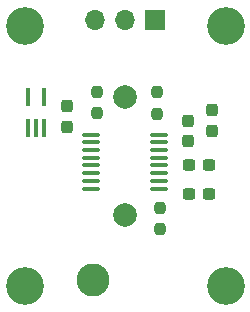
<source format=gbs>
G04 #@! TF.GenerationSoftware,KiCad,Pcbnew,(6.0.2)*
G04 #@! TF.CreationDate,2022-05-11T22:03:01-05:00*
G04 #@! TF.ProjectId,Transmit US,5472616e-736d-4697-9420-55532e6b6963,rev?*
G04 #@! TF.SameCoordinates,Original*
G04 #@! TF.FileFunction,Soldermask,Bot*
G04 #@! TF.FilePolarity,Negative*
%FSLAX46Y46*%
G04 Gerber Fmt 4.6, Leading zero omitted, Abs format (unit mm)*
G04 Created by KiCad (PCBNEW (6.0.2)) date 2022-05-11 22:03:01*
%MOMM*%
%LPD*%
G01*
G04 APERTURE LIST*
G04 Aperture macros list*
%AMRoundRect*
0 Rectangle with rounded corners*
0 $1 Rounding radius*
0 $2 $3 $4 $5 $6 $7 $8 $9 X,Y pos of 4 corners*
0 Add a 4 corners polygon primitive as box body*
4,1,4,$2,$3,$4,$5,$6,$7,$8,$9,$2,$3,0*
0 Add four circle primitives for the rounded corners*
1,1,$1+$1,$2,$3*
1,1,$1+$1,$4,$5*
1,1,$1+$1,$6,$7*
1,1,$1+$1,$8,$9*
0 Add four rect primitives between the rounded corners*
20,1,$1+$1,$2,$3,$4,$5,0*
20,1,$1+$1,$4,$5,$6,$7,0*
20,1,$1+$1,$6,$7,$8,$9,0*
20,1,$1+$1,$8,$9,$2,$3,0*%
G04 Aperture macros list end*
%ADD10C,2.000000*%
%ADD11C,2.800000*%
%ADD12C,3.200000*%
%ADD13RoundRect,0.237500X0.237500X-0.250000X0.237500X0.250000X-0.237500X0.250000X-0.237500X-0.250000X0*%
%ADD14RoundRect,0.237500X-0.300000X-0.237500X0.300000X-0.237500X0.300000X0.237500X-0.300000X0.237500X0*%
%ADD15RoundRect,0.237500X0.237500X-0.300000X0.237500X0.300000X-0.237500X0.300000X-0.237500X-0.300000X0*%
%ADD16RoundRect,0.100000X0.637500X0.100000X-0.637500X0.100000X-0.637500X-0.100000X0.637500X-0.100000X0*%
%ADD17RoundRect,0.237500X-0.237500X0.250000X-0.237500X-0.250000X0.237500X-0.250000X0.237500X0.250000X0*%
%ADD18R,1.700000X1.700000*%
%ADD19O,1.700000X1.700000*%
%ADD20R,0.400000X1.500000*%
G04 APERTURE END LIST*
D10*
G04 #@! TO.C,LS1*
X112000000Y-77000000D03*
X112000000Y-87000000D03*
G04 #@! TD*
D11*
G04 #@! TO.C,TP1*
X109275000Y-92525000D03*
G04 #@! TD*
D12*
G04 #@! TO.C,H2*
X120500000Y-93000000D03*
G04 #@! TD*
G04 #@! TO.C,H5*
X103500000Y-71000000D03*
G04 #@! TD*
G04 #@! TO.C,H3*
X120500000Y-71000000D03*
G04 #@! TD*
G04 #@! TO.C,H4*
X103500000Y-93000000D03*
G04 #@! TD*
D13*
G04 #@! TO.C,R1*
X109600000Y-78412500D03*
X109600000Y-76587500D03*
G04 #@! TD*
G04 #@! TO.C,R3*
X114675000Y-78462500D03*
X114675000Y-76637500D03*
G04 #@! TD*
D14*
G04 #@! TO.C,C3*
X117387500Y-82825000D03*
X119112500Y-82825000D03*
G04 #@! TD*
D15*
G04 #@! TO.C,C4*
X119350000Y-79887500D03*
X119350000Y-78162500D03*
G04 #@! TD*
D14*
G04 #@! TO.C,C5*
X117387500Y-85200000D03*
X119112500Y-85200000D03*
G04 #@! TD*
D15*
G04 #@! TO.C,C1*
X117275000Y-80762500D03*
X117275000Y-79037500D03*
G04 #@! TD*
G04 #@! TO.C,C2*
X107070000Y-79532500D03*
X107070000Y-77807500D03*
G04 #@! TD*
D16*
G04 #@! TO.C,U2*
X114862500Y-80225000D03*
X114862500Y-80875000D03*
X114862500Y-81525000D03*
X114862500Y-82175000D03*
X114862500Y-82825000D03*
X114862500Y-83475000D03*
X114862500Y-84125000D03*
X114862500Y-84775000D03*
X109137500Y-84775000D03*
X109137500Y-84125000D03*
X109137500Y-83475000D03*
X109137500Y-82825000D03*
X109137500Y-82175000D03*
X109137500Y-81525000D03*
X109137500Y-80875000D03*
X109137500Y-80225000D03*
G04 #@! TD*
D17*
G04 #@! TO.C,R2*
X114900000Y-86412500D03*
X114900000Y-88237500D03*
G04 #@! TD*
D18*
G04 #@! TO.C,J1*
X114500000Y-70500000D03*
D19*
X111960000Y-70500000D03*
X109420000Y-70500000D03*
G04 #@! TD*
D20*
G04 #@! TO.C,U1*
X105080000Y-79650000D03*
X104430000Y-79650000D03*
X103780000Y-79650000D03*
X103780000Y-76990000D03*
X105080000Y-76990000D03*
G04 #@! TD*
M02*

</source>
